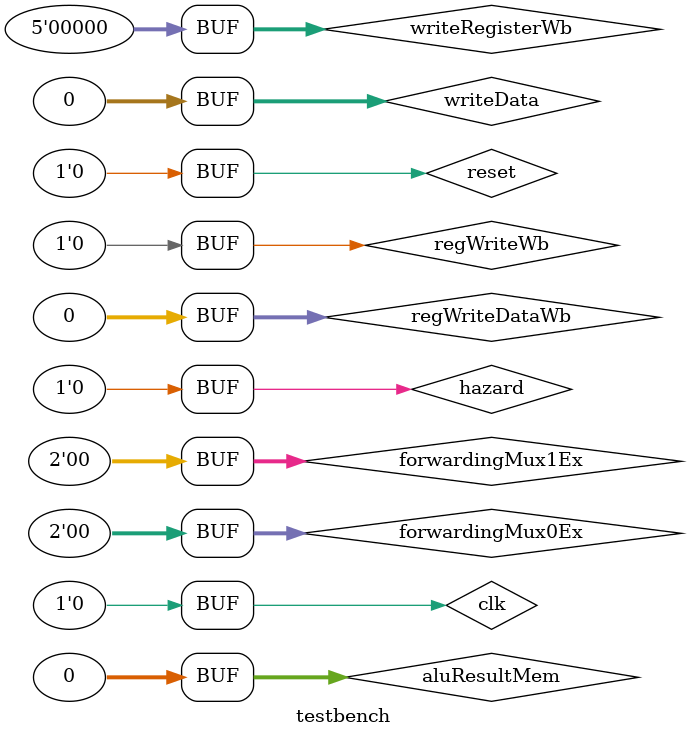
<source format=sv>
module testbench();

	logic clk, reset;

	logic hazard, branchControlId, jumpId, flushId, regWriteWb, memToRegId, regWriteId, memWriteId, memReadId, aluSrcId, regDstId, memToRegEx, regWriteEx, memWriteEx, memReadEx, aluSrcEx, regDstEx, memToRegExOutput, regWriteExOutput, memWriteExOutput, memReadExOutput, aluResultZeroEx;

	logic [1:0] forwardingMux0Ex, forwardingMux1Ex;

	logic [3:0] aluOpId, aluOpEx;

	logic [4:0] writeRegisterWb, addressRsId, addressRtId, addressRdId, addressRsEx, addressRtEx, addressRdEx, regWriteRegisterEx;

	logic [5:0] funcId, funcEx;

	logic [31:0] pcBranchId, pcJumpId, instructionIf, pcIf, instructionId, pcId, writeData, immediateExtendedId, dataRsId, dataRtId, immediateExtendedEx, dataRsEx, dataRtEx, regWriteDataWb, aluResultMem, aluResultEx, memWriteDataEx;

    always begin
		clk<= 1; #1;
		clk<=0; #1;
	end

    initial begin
		$dumpfile("mips.vcd");
      	$dumpvars(0, testbench);
        reset<=1; #1;
		reset<=0; hazard<=0; regWriteWb<=0; writeRegisterWb<=0; writeData<=0; forwardingMux0Ex<=0; forwardingMux1Ex<=0; regWriteDataWb<=0; aluResultMem<=0; #1;
	end

	instructionFetch instructionFetch0 (clk, reset, hazard, branchControlId, pcBranchId, jumpId, pcJumpId, instructionIf, pcIf);
	if_id if_id0 (clk, reset, hazard, flushId, pcIf, instructionIf, pcId, instructionId);
	instructionDecode instructionDecode0 (clk, reset, instructionId, pcId, regWriteWb, writeRegisterWb, writeData, memToRegId, regWriteId, memWriteId, memReadId, aluOpId, aluSrcId, regDstId, immediateExtendedId, addressRsId, addressRtId, addressRdId, dataRsId, dataRtId, branchControlId, pcBranchId, jumpId, pcJumpId, funcId, flushId);
	id_ex id_ex0 (clk, reset, hazard, memToRegId, regWriteId, memWriteId, memReadId, aluOpId, aluSrcId, regDstId, immediateExtendedId, addressRsId, addressRtId, addressRdId, dataRsId, dataRtId, funcId, memToRegEx, regWriteEx, memWriteEx, memReadEx, aluOpEx, aluSrcEx, regDstEx, immediateExtendedEx, addressRsEx, addressRtEx, addressRdEx, dataRsEx, dataRtEx, funcEx);    
	executing executing0(clk, reset, memToRegEx, regWriteEx, memWriteEx, memReadEx, aluOpEx, aluSrcEx, regDstEx, immediateExtendedEx, addressRsEx, addressRtEx, addressRdEx, dataRsEx, dataRtEx, funcEx, forwardingMux0Ex, forwardingMux1Ex, regWriteDataWb, aluResultMem, memToRegExOutput, regWriteExOutput, memWriteExOutput, memReadExOutput, aluResultEx, memWriteDataEx, regWriteRegisterEx, aluResultZeroEx);



endmodule
</source>
